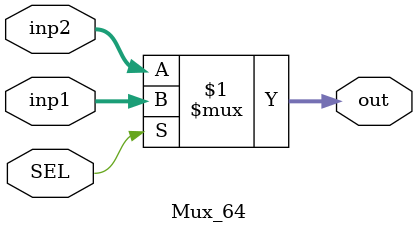
<source format=v>
module Mux_64(
    input wire SEL,
    input wire [63:0] inp1, // true case
    input wire [63:0] inp2, // false case
    output wire [63:0] out
);

assign out = SEL ? inp1 : inp2; 

endmodule
</source>
